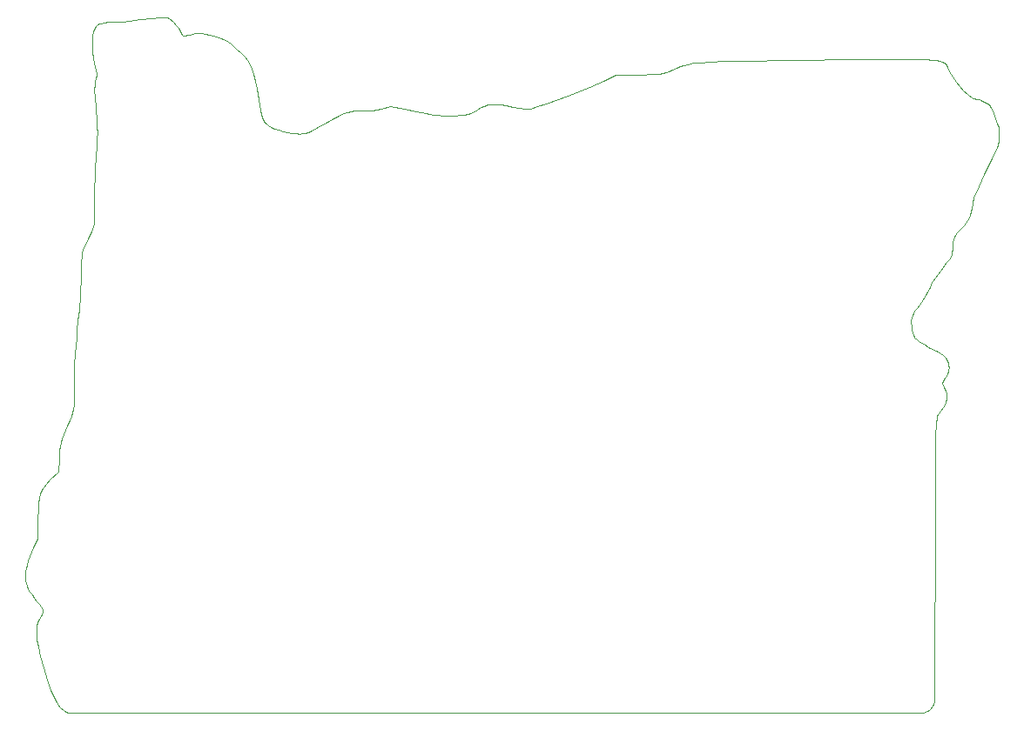
<source format=gbr>
G04 #@! TF.GenerationSoftware,KiCad,Pcbnew,(5.0.0)*
G04 #@! TF.CreationDate,2018-09-19T11:52:00-07:00*
G04 #@! TF.ProjectId,BSidesPDX_2018,4253696465735044585F323031382E6B,rev?*
G04 #@! TF.SameCoordinates,Original*
G04 #@! TF.FileFunction,Profile,NP*
%FSLAX46Y46*%
G04 Gerber Fmt 4.6, Leading zero omitted, Abs format (unit mm)*
G04 Created by KiCad (PCBNEW (5.0.0)) date 09/19/18 11:52:00*
%MOMM*%
%LPD*%
G01*
G04 APERTURE LIST*
%ADD10C,0.100000*%
G04 APERTURE END LIST*
D10*
X104866990Y-140393868D02*
X104709950Y-140279958D01*
X104709950Y-140279958D02*
X104544990Y-140139828D01*
X104544990Y-140139828D02*
X104391920Y-139990788D01*
X104391920Y-139990788D02*
X104270510Y-139850168D01*
X104270510Y-139850168D02*
X104111140Y-139606008D01*
X104111140Y-139606008D02*
X103936800Y-139280578D01*
X103936800Y-139280578D02*
X103751820Y-138884618D01*
X103751820Y-138884618D02*
X103560540Y-138428908D01*
X103560540Y-138428908D02*
X103367270Y-137924198D01*
X103367270Y-137924198D02*
X103176350Y-137381268D01*
X103176350Y-137381268D02*
X102992120Y-136810868D01*
X102992120Y-136810868D02*
X102818890Y-136223758D01*
X102818890Y-136223758D02*
X102504240Y-135061068D01*
X102504240Y-135061068D02*
X102304890Y-134178968D01*
X102304890Y-134178968D02*
X102241190Y-133806488D01*
X102241190Y-133806488D02*
X102197590Y-133460168D01*
X102197590Y-133460168D02*
X102171190Y-133125358D01*
X102171190Y-133125358D02*
X102159090Y-132787398D01*
X102159090Y-132787398D02*
X102163090Y-132407998D01*
X102163090Y-132407998D02*
X102202090Y-132115688D01*
X102202090Y-132115688D02*
X102293590Y-131837238D01*
X102293590Y-131837238D02*
X102454840Y-131499408D01*
X102454840Y-131499408D02*
X102576990Y-131245628D01*
X102576990Y-131245628D02*
X102675890Y-131001238D01*
X102675890Y-131001238D02*
X102742090Y-130793478D01*
X102742090Y-130793478D02*
X102766290Y-130649548D01*
X102766290Y-130649548D02*
X102729790Y-130496308D01*
X102729790Y-130496308D02*
X102621090Y-130290608D01*
X102621090Y-130290608D02*
X102441120Y-130033438D01*
X102441120Y-130033438D02*
X102190880Y-129725798D01*
X102190880Y-129725798D02*
X101935920Y-129415588D01*
X101935920Y-129415588D02*
X101713270Y-129119958D01*
X101713270Y-129119958D02*
X101522690Y-128835268D01*
X101522690Y-128835268D02*
X101363950Y-128557908D01*
X101363950Y-128557908D02*
X101236830Y-128284258D01*
X101236830Y-128284258D02*
X101141130Y-128010698D01*
X101141130Y-128010698D02*
X101076530Y-127733618D01*
X101076530Y-127733618D02*
X101042830Y-127449398D01*
X101042830Y-127449398D02*
X101039830Y-127154408D01*
X101039830Y-127154408D02*
X101067230Y-126845038D01*
X101067230Y-126845038D02*
X101124930Y-126517658D01*
X101124930Y-126517658D02*
X101212530Y-126168668D01*
X101212530Y-126168668D02*
X101329930Y-125794438D01*
X101329930Y-125794438D02*
X101476850Y-125391358D01*
X101476850Y-125391358D02*
X101858330Y-124484138D01*
X101858330Y-124484138D02*
X102222550Y-123665958D01*
X102222550Y-123665958D02*
X102291150Y-121691748D01*
X102291150Y-121691748D02*
X102324150Y-120843548D01*
X102324150Y-120843548D02*
X102364450Y-120184378D01*
X102364450Y-120184378D02*
X102424650Y-119674168D01*
X102424650Y-119674168D02*
X102517450Y-119272828D01*
X102517450Y-119272828D02*
X102580050Y-119100458D01*
X102580050Y-119100458D02*
X102655550Y-118940278D01*
X102655550Y-118940278D02*
X102745550Y-118787268D01*
X102745550Y-118787268D02*
X102851610Y-118636428D01*
X102851610Y-118636428D02*
X103118290Y-118321188D01*
X103118290Y-118321188D02*
X103468300Y-117954488D01*
X103468300Y-117954488D02*
X104275930Y-117125748D01*
X104275930Y-117125748D02*
X104334030Y-115969738D01*
X104334030Y-115969738D02*
X104362530Y-115483058D01*
X104362530Y-115483058D02*
X104403530Y-115052418D01*
X104403530Y-115052418D02*
X104461630Y-114660128D01*
X104461630Y-114660128D02*
X104541330Y-114288508D01*
X104541330Y-114288508D02*
X104647240Y-113919848D01*
X104647240Y-113919848D02*
X104783970Y-113536468D01*
X104783970Y-113536468D02*
X104956080Y-113120668D01*
X104956080Y-113120668D02*
X105168150Y-112654768D01*
X105168150Y-112654768D02*
X105392840Y-112164208D01*
X105392840Y-112164208D02*
X105564210Y-111753938D01*
X105564210Y-111753938D02*
X105688320Y-111388948D01*
X105688320Y-111388948D02*
X105771220Y-111034238D01*
X105771220Y-111034238D02*
X105819020Y-110654768D01*
X105819020Y-110654768D02*
X105837720Y-110215548D01*
X105837720Y-110215548D02*
X105833720Y-109681568D01*
X105833720Y-109681568D02*
X105812420Y-109017798D01*
X105812420Y-109017798D02*
X105796520Y-108312778D01*
X105796520Y-108312778D02*
X105796530Y-107641408D01*
X105796530Y-107641408D02*
X105812430Y-107078908D01*
X105812430Y-107078908D02*
X105844130Y-106700498D01*
X105844130Y-106700498D02*
X105937830Y-105673808D01*
X105937830Y-105673808D02*
X106039450Y-104092858D01*
X106039450Y-104092858D02*
X106092450Y-103275088D01*
X106092450Y-103275088D02*
X106158250Y-102503338D01*
X106158250Y-102503338D02*
X106228050Y-101865208D01*
X106228050Y-101865208D02*
X106292850Y-101448278D01*
X106292850Y-101448278D02*
X106364650Y-101011968D01*
X106364650Y-101011968D02*
X106415650Y-100396518D01*
X106415650Y-100396518D02*
X106448850Y-99561348D01*
X106448850Y-99561348D02*
X106467150Y-98465868D01*
X106467150Y-98465868D02*
X106507450Y-96754278D01*
X106507450Y-96754278D02*
X106536250Y-96167688D01*
X106536250Y-96167688D02*
X106567450Y-95874068D01*
X106567450Y-95874068D02*
X106700060Y-95507868D01*
X106700060Y-95507868D02*
X106915830Y-95034768D01*
X106915830Y-95034768D02*
X107196260Y-94433668D01*
X107196260Y-94433668D02*
X107480650Y-93757348D01*
X107480650Y-93757348D02*
X107765690Y-93028898D01*
X107765690Y-93028898D02*
X107765690Y-90606008D01*
X107765690Y-90606008D02*
X107776790Y-89527858D01*
X107776790Y-89527858D02*
X107807190Y-88445738D01*
X107807190Y-88445738D02*
X107852490Y-87464578D01*
X107852490Y-87464578D02*
X107908190Y-86689288D01*
X107908190Y-86689288D02*
X108024070Y-85278498D01*
X108024070Y-85278498D02*
X108053170Y-84695918D01*
X108053170Y-84695918D02*
X108063170Y-84152248D01*
X108063170Y-84152248D02*
X108054170Y-83615268D01*
X108054170Y-83615268D02*
X108026070Y-83052738D01*
X108026070Y-83052738D02*
X107913160Y-81722108D01*
X107913160Y-81722108D02*
X107817760Y-80694428D01*
X107817760Y-80694428D02*
X107783160Y-80056708D01*
X107783160Y-80056708D02*
X107788160Y-79824078D01*
X107788160Y-79824078D02*
X107807260Y-79616938D01*
X107807260Y-79616938D02*
X107887060Y-79183098D01*
X107887060Y-79183098D02*
X107971060Y-78761308D01*
X107971060Y-78761308D02*
X107988560Y-78593898D01*
X107988560Y-78593898D02*
X107988670Y-78429578D01*
X107988670Y-78429578D02*
X107933070Y-78032528D01*
X107933070Y-78032528D02*
X107797330Y-77414768D01*
X107797330Y-77414768D02*
X107674770Y-76827518D01*
X107674770Y-76827518D02*
X107608670Y-76347168D01*
X107608670Y-76347168D02*
X107588070Y-75864828D01*
X107588070Y-75864828D02*
X107602070Y-75271648D01*
X107602070Y-75271648D02*
X107634770Y-74712388D01*
X107634770Y-74712388D02*
X107696370Y-74281418D01*
X107696370Y-74281418D02*
X107744970Y-74108358D01*
X107744970Y-74108358D02*
X107809270Y-73960558D01*
X107809270Y-73960558D02*
X107891970Y-73835738D01*
X107891970Y-73835738D02*
X107995960Y-73731618D01*
X107995960Y-73731618D02*
X108124010Y-73645918D01*
X108124010Y-73645918D02*
X108278940Y-73576418D01*
X108278940Y-73576418D02*
X108463540Y-73520818D01*
X108463540Y-73520818D02*
X108680620Y-73476818D01*
X108680620Y-73476818D02*
X109223460Y-73414518D01*
X109223460Y-73414518D02*
X109929920Y-73371418D01*
X109929920Y-73371418D02*
X110533910Y-73336218D01*
X110533910Y-73336218D02*
X111178970Y-73283718D01*
X111178970Y-73283718D02*
X112289460Y-73160338D01*
X112289460Y-73160338D02*
X113275320Y-73037118D01*
X113275320Y-73037118D02*
X114107280Y-72970318D01*
X114107280Y-72970318D02*
X114708630Y-72963318D01*
X114708630Y-72963318D02*
X114898850Y-72982818D01*
X114898850Y-72982818D02*
X115002660Y-73018218D01*
X115002660Y-73018218D02*
X115425120Y-73376588D01*
X115425120Y-73376588D02*
X115745630Y-73695858D01*
X115745630Y-73695858D02*
X115981020Y-73994348D01*
X115981020Y-73994348D02*
X116148120Y-74290358D01*
X116148120Y-74290358D02*
X116314400Y-74622258D01*
X116314400Y-74622258D02*
X116378200Y-74723128D01*
X116378200Y-74723128D02*
X116417300Y-74760128D01*
X116417300Y-74760128D02*
X117045450Y-74617608D01*
X117045450Y-74617608D02*
X117306250Y-74562708D01*
X117306250Y-74562708D02*
X117583870Y-74519208D01*
X117583870Y-74519208D02*
X118058940Y-74480308D01*
X118058940Y-74480308D02*
X118245260Y-74491208D01*
X118245260Y-74491208D02*
X118478590Y-74521808D01*
X118478590Y-74521808D02*
X119032850Y-74630098D01*
X119032850Y-74630098D02*
X119614820Y-74780958D01*
X119614820Y-74780958D02*
X120117610Y-74950118D01*
X120117610Y-74950118D02*
X120301180Y-75037618D01*
X120301180Y-75037618D02*
X120524220Y-75168398D01*
X120524220Y-75168398D02*
X121046640Y-75528738D01*
X121046640Y-75528738D02*
X121600730Y-75969258D01*
X121600730Y-75969258D02*
X122102360Y-76428088D01*
X122102360Y-76428088D02*
X122422590Y-76771148D01*
X122422590Y-76771148D02*
X122689690Y-77118848D01*
X122689690Y-77118848D02*
X122914350Y-77500068D01*
X122914350Y-77500068D02*
X123107270Y-77943708D01*
X123107270Y-77943708D02*
X123279170Y-78478658D01*
X123279170Y-78478658D02*
X123440740Y-79133788D01*
X123440740Y-79133788D02*
X123602680Y-79937998D01*
X123602680Y-79937998D02*
X123775690Y-80920178D01*
X123775690Y-80920178D02*
X123971320Y-82012528D01*
X123971320Y-82012528D02*
X124050320Y-82384378D01*
X124050320Y-82384378D02*
X124125420Y-82667408D01*
X124125420Y-82667408D02*
X124202920Y-82882138D01*
X124202920Y-82882138D02*
X124289320Y-83049108D01*
X124289320Y-83049108D02*
X124391100Y-83188868D01*
X124391100Y-83188868D02*
X124514650Y-83321948D01*
X124514650Y-83321948D02*
X124701260Y-83463198D01*
X124701260Y-83463198D02*
X124975210Y-83609638D01*
X124975210Y-83609638D02*
X125317450Y-83755088D01*
X125317450Y-83755088D02*
X125708940Y-83893358D01*
X125708940Y-83893358D02*
X126130610Y-84018278D01*
X126130610Y-84018278D02*
X126563410Y-84123638D01*
X126563410Y-84123638D02*
X126988300Y-84203238D01*
X126988300Y-84203238D02*
X127386210Y-84250938D01*
X127386210Y-84250938D02*
X127710110Y-84265738D01*
X127710110Y-84265738D02*
X128004880Y-84252838D01*
X128004880Y-84252838D02*
X128294330Y-84203338D01*
X128294330Y-84203338D02*
X128602270Y-84108338D01*
X128602270Y-84108338D02*
X128952530Y-83958888D01*
X128952530Y-83958888D02*
X129368910Y-83746098D01*
X129368910Y-83746098D02*
X130495310Y-83094838D01*
X130495310Y-83094838D02*
X131072080Y-82755868D01*
X131072080Y-82755868D02*
X131559280Y-82490268D01*
X131559280Y-82490268D02*
X131980660Y-82290728D01*
X131980660Y-82290728D02*
X132359980Y-82149958D01*
X132359980Y-82149958D02*
X132720990Y-82060658D01*
X132720990Y-82060658D02*
X133087440Y-82015558D01*
X133087440Y-82015558D02*
X133483090Y-82007558D01*
X133483090Y-82007558D02*
X133931690Y-82028858D01*
X133931690Y-82028858D02*
X134448990Y-82053158D01*
X134448990Y-82053158D02*
X134835650Y-82037358D01*
X134835650Y-82037358D02*
X135208460Y-81967158D01*
X135208460Y-81967158D02*
X135684190Y-81828198D01*
X135684190Y-81828198D02*
X136518210Y-81569538D01*
X136518210Y-81569538D02*
X137890650Y-81828198D01*
X137890650Y-81828198D02*
X139077020Y-82065738D01*
X139077020Y-82065738D02*
X140002090Y-82271608D01*
X140002090Y-82271608D02*
X140378380Y-82354908D01*
X140378380Y-82354908D02*
X140775570Y-82422508D01*
X140775570Y-82422508D02*
X141188850Y-82474008D01*
X141188850Y-82474008D02*
X141613390Y-82509108D01*
X141613390Y-82509108D02*
X142044360Y-82527308D01*
X142044360Y-82527308D02*
X142476940Y-82528308D01*
X142476940Y-82528308D02*
X142906300Y-82511808D01*
X142906300Y-82511808D02*
X143327620Y-82477308D01*
X143327620Y-82477308D02*
X143831970Y-82414408D01*
X143831970Y-82414408D02*
X144026960Y-82376108D01*
X144026960Y-82376108D02*
X144203200Y-82326808D01*
X144203200Y-82326808D02*
X144375240Y-82261708D01*
X144375240Y-82261708D02*
X144557610Y-82175908D01*
X144557610Y-82175908D02*
X145011490Y-81923038D01*
X145011490Y-81923038D02*
X145384120Y-81718118D01*
X145384120Y-81718118D02*
X145728970Y-81565408D01*
X145728970Y-81565408D02*
X146068250Y-81463168D01*
X146068250Y-81463168D02*
X146424180Y-81409668D01*
X146424180Y-81409668D02*
X146818950Y-81403668D01*
X146818950Y-81403668D02*
X147274780Y-81442468D01*
X147274780Y-81442468D02*
X147813870Y-81524868D01*
X147813870Y-81524868D02*
X148458430Y-81649038D01*
X148458430Y-81649038D02*
X149167990Y-81788098D01*
X149167990Y-81788098D02*
X149629620Y-81854898D01*
X149629620Y-81854898D02*
X149943770Y-81857898D01*
X149943770Y-81857898D02*
X150210920Y-81806898D01*
X150210920Y-81806898D02*
X150839830Y-81616618D01*
X150839830Y-81616618D02*
X151708810Y-81323898D01*
X151708810Y-81323898D02*
X153832710Y-80555858D01*
X153832710Y-80555858D02*
X155914050Y-79752188D01*
X155914050Y-79752188D02*
X156729830Y-79414938D01*
X156729830Y-79414938D02*
X157284260Y-79162308D01*
X157284260Y-79162308D02*
X158477230Y-78560548D01*
X158477230Y-78560548D02*
X160794540Y-78507748D01*
X160794540Y-78507748D02*
X162225040Y-78466848D01*
X162225040Y-78466848D02*
X162697430Y-78436848D01*
X162697430Y-78436848D02*
X163065660Y-78390248D01*
X163065660Y-78390248D02*
X163373010Y-78319448D01*
X163373010Y-78319448D02*
X163662800Y-78216728D01*
X163662800Y-78216728D02*
X163978320Y-78074418D01*
X163978320Y-78074418D02*
X164362880Y-77884838D01*
X164362880Y-77884838D02*
X164726200Y-77722108D01*
X164726200Y-77722108D02*
X165103860Y-77592538D01*
X165103860Y-77592538D02*
X165520130Y-77487708D01*
X165520130Y-77487708D02*
X165999250Y-77399208D01*
X165999250Y-77399208D02*
X166646820Y-77328608D01*
X166646820Y-77328608D02*
X167640480Y-77266908D01*
X167640480Y-77266908D02*
X168999730Y-77213608D01*
X168999730Y-77213608D02*
X170744060Y-77168208D01*
X170744060Y-77168208D02*
X175465850Y-77099208D01*
X175465850Y-77099208D02*
X181961760Y-77056008D01*
X181961760Y-77056008D02*
X187155830Y-77036608D01*
X187155830Y-77036608D02*
X188670060Y-77059008D01*
X188670060Y-77059008D02*
X189216530Y-77085808D01*
X189216530Y-77085808D02*
X189645440Y-77125908D01*
X189645440Y-77125908D02*
X189973960Y-77181508D01*
X189973960Y-77181508D02*
X190219230Y-77254708D01*
X190219230Y-77254708D02*
X190398430Y-77347708D01*
X190398430Y-77347708D02*
X190528700Y-77462688D01*
X190528700Y-77462688D02*
X190627200Y-77601798D01*
X190627200Y-77601798D02*
X190711100Y-77767198D01*
X190711100Y-77767198D02*
X190903720Y-78185528D01*
X190903720Y-78185528D02*
X191203180Y-78719358D01*
X191203180Y-78719358D02*
X191542600Y-79223678D01*
X191542600Y-79223678D02*
X191908990Y-79685818D01*
X191908990Y-79685818D02*
X192289360Y-80093078D01*
X192289360Y-80093078D02*
X192670720Y-80432798D01*
X192670720Y-80432798D02*
X192857710Y-80573358D01*
X192857710Y-80573358D02*
X193040080Y-80692288D01*
X193040080Y-80692288D02*
X193216200Y-80787988D01*
X193216200Y-80787988D02*
X193384440Y-80858888D01*
X193384440Y-80858888D02*
X193543200Y-80903388D01*
X193543200Y-80903388D02*
X193690830Y-80919888D01*
X193690830Y-80919888D02*
X193830170Y-80936888D01*
X193830170Y-80936888D02*
X193988990Y-80980888D01*
X193988990Y-80980888D02*
X194158570Y-81047388D01*
X194158570Y-81047388D02*
X194330200Y-81131588D01*
X194330200Y-81131588D02*
X194495150Y-81228988D01*
X194495150Y-81228988D02*
X194644690Y-81334828D01*
X194644690Y-81334828D02*
X194770110Y-81444498D01*
X194770110Y-81444498D02*
X194862710Y-81553348D01*
X194862710Y-81553348D02*
X194965480Y-81735628D01*
X194965480Y-81735628D02*
X195102880Y-82025788D01*
X195102880Y-82025788D02*
X195406400Y-82767438D01*
X195406400Y-82767438D02*
X195581920Y-83259258D01*
X195581920Y-83259258D02*
X195690130Y-83649628D01*
X195690130Y-83649628D02*
X195744930Y-83997438D01*
X195744930Y-83997438D02*
X195760130Y-84361578D01*
X195760130Y-84361578D02*
X195751130Y-84673708D01*
X195751130Y-84673708D02*
X195716330Y-84973158D01*
X195716330Y-84973158D02*
X195644430Y-85290298D01*
X195644430Y-85290298D02*
X195524010Y-85655498D01*
X195524010Y-85655498D02*
X195343720Y-86099138D01*
X195343720Y-86099138D02*
X195092160Y-86651588D01*
X195092160Y-86651588D02*
X194329730Y-88204408D01*
X194329730Y-88204408D02*
X193758400Y-89363638D01*
X193758400Y-89363638D02*
X193421150Y-90110648D01*
X193421150Y-90110648D02*
X193317570Y-90385698D01*
X193317570Y-90385698D02*
X193245270Y-90625068D01*
X193245270Y-90625068D02*
X193195070Y-90851188D01*
X193195070Y-90851188D02*
X193157970Y-91086538D01*
X193157970Y-91086538D02*
X193095970Y-91513938D01*
X193095970Y-91513938D02*
X193027970Y-91872058D01*
X193027970Y-91872058D02*
X192946970Y-92176238D01*
X192946970Y-92176238D02*
X192845960Y-92441818D01*
X192845960Y-92441818D02*
X192717990Y-92684138D01*
X192717990Y-92684138D02*
X192556050Y-92918538D01*
X192556050Y-92918538D02*
X192353170Y-93160358D01*
X192353170Y-93160358D02*
X192102340Y-93424948D01*
X192102340Y-93424948D02*
X191859250Y-93680668D01*
X191859250Y-93680668D02*
X191665040Y-93908928D01*
X191665040Y-93908928D02*
X191514610Y-94120858D01*
X191514610Y-94120858D02*
X191402920Y-94327588D01*
X191402920Y-94327588D02*
X191324820Y-94540268D01*
X191324820Y-94540268D02*
X191275320Y-94770008D01*
X191275320Y-94770008D02*
X191249320Y-95027958D01*
X191249320Y-95027958D02*
X191241320Y-95325248D01*
X191241320Y-95325248D02*
X191232320Y-95555858D01*
X191232320Y-95555858D02*
X191199720Y-95770638D01*
X191199720Y-95770638D02*
X191136020Y-95984418D01*
X191136020Y-95984418D02*
X191033680Y-96212058D01*
X191033680Y-96212058D02*
X190885060Y-96468408D01*
X190885060Y-96468408D02*
X190682570Y-96768298D01*
X190682570Y-96768298D02*
X190085510Y-97558108D01*
X190085510Y-97558108D02*
X189513440Y-98311628D01*
X189513440Y-98311628D02*
X189327610Y-98573578D01*
X189327610Y-98573578D02*
X189246210Y-98708838D01*
X189246210Y-98708838D02*
X189152610Y-98953228D01*
X189152610Y-98953228D02*
X189029800Y-99224908D01*
X189029800Y-99224908D02*
X188718360Y-99812728D01*
X188718360Y-99812728D02*
X188355450Y-100397588D01*
X188355450Y-100397588D02*
X187984630Y-100904748D01*
X187984630Y-100904748D02*
X187746310Y-101204298D01*
X187746310Y-101204298D02*
X187558710Y-101466178D01*
X187558710Y-101466178D02*
X187417140Y-101703188D01*
X187417140Y-101703188D02*
X187316890Y-101928128D01*
X187316890Y-101928128D02*
X187253290Y-102153828D01*
X187253290Y-102153828D02*
X187221590Y-102393058D01*
X187221590Y-102393058D02*
X187217590Y-102658648D01*
X187217590Y-102658648D02*
X187235590Y-102963398D01*
X187235590Y-102963398D02*
X187273290Y-103338918D01*
X187273290Y-103338918D02*
X187329190Y-103642688D01*
X187329190Y-103642688D02*
X187418690Y-103893508D01*
X187418690Y-103893508D02*
X187480790Y-104004938D01*
X187480790Y-104004938D02*
X187556990Y-104110178D01*
X187556990Y-104110178D02*
X187759350Y-104311508D01*
X187759350Y-104311508D02*
X188041070Y-104516308D01*
X188041070Y-104516308D02*
X188417430Y-104743368D01*
X188417430Y-104743368D02*
X188903710Y-105011508D01*
X188903710Y-105011508D02*
X189763540Y-105482628D01*
X189763540Y-105482628D02*
X190057530Y-105659538D01*
X190057530Y-105659538D02*
X190279450Y-105811218D01*
X190279450Y-105811218D02*
X190443220Y-105948048D01*
X190443220Y-105948048D02*
X190562760Y-106080428D01*
X190562760Y-106080428D02*
X190651960Y-106218738D01*
X190651960Y-106218738D02*
X190724760Y-106373388D01*
X190724760Y-106373388D02*
X190799460Y-106582738D01*
X190799460Y-106582738D02*
X190845560Y-106791218D01*
X190845560Y-106791218D02*
X190863060Y-106998958D01*
X190863060Y-106998958D02*
X190852060Y-107206088D01*
X190852060Y-107206088D02*
X190812660Y-107412708D01*
X190812660Y-107412708D02*
X190744860Y-107618968D01*
X190744860Y-107618968D02*
X190648660Y-107824978D01*
X190648660Y-107824978D02*
X190524210Y-108030868D01*
X190524210Y-108030868D02*
X190191660Y-108527048D01*
X190191660Y-108527048D02*
X190429200Y-108970458D01*
X190429200Y-108970458D02*
X190557540Y-109253068D01*
X190557540Y-109253068D02*
X190637340Y-109528928D01*
X190637340Y-109528928D02*
X190668140Y-109801198D01*
X190668140Y-109801198D02*
X190649540Y-110073038D01*
X190649540Y-110073038D02*
X190580940Y-110347598D01*
X190580940Y-110347598D02*
X190461840Y-110628028D01*
X190461840Y-110628028D02*
X190291770Y-110917498D01*
X190291770Y-110917498D02*
X190070230Y-111219148D01*
X190070230Y-111219148D02*
X189877960Y-111457718D01*
X189877960Y-111457718D02*
X189801060Y-111588398D01*
X189801060Y-111588398D02*
X189735660Y-111759878D01*
X189735660Y-111759878D02*
X189680860Y-111997058D01*
X189680860Y-111997058D02*
X189635760Y-112324818D01*
X189635760Y-112324818D02*
X189599360Y-112768078D01*
X189599360Y-112768078D02*
X189570760Y-113351718D01*
X189570760Y-113351718D02*
X189533260Y-115039768D01*
X189533260Y-115039768D02*
X189515760Y-117588138D01*
X189515760Y-117588138D02*
X189510760Y-126062598D01*
X189510760Y-126062598D02*
X189507760Y-133675428D01*
X189507760Y-133675428D02*
X189487560Y-137763298D01*
X189487560Y-137763298D02*
X189466460Y-138841218D01*
X189466460Y-138841218D02*
X189435560Y-139464908D01*
X189435560Y-139464908D02*
X189393060Y-139776708D01*
X189393060Y-139776708D02*
X189336960Y-139918948D01*
X189336960Y-139918948D02*
X189234270Y-140047778D01*
X189234270Y-140047778D02*
X189089520Y-140185518D01*
X189089520Y-140185518D02*
X188922010Y-140315338D01*
X188922010Y-140315338D02*
X188751030Y-140420418D01*
X188751030Y-140420418D02*
X188339300Y-140636838D01*
X188339300Y-140636838D02*
X146780800Y-140631838D01*
X146780800Y-140631838D02*
X105222300Y-140626838D01*
X105222300Y-140626838D02*
X104868830Y-140394038D01*
X104868830Y-140394038D02*
X104866990Y-140393868D01*
M02*

</source>
